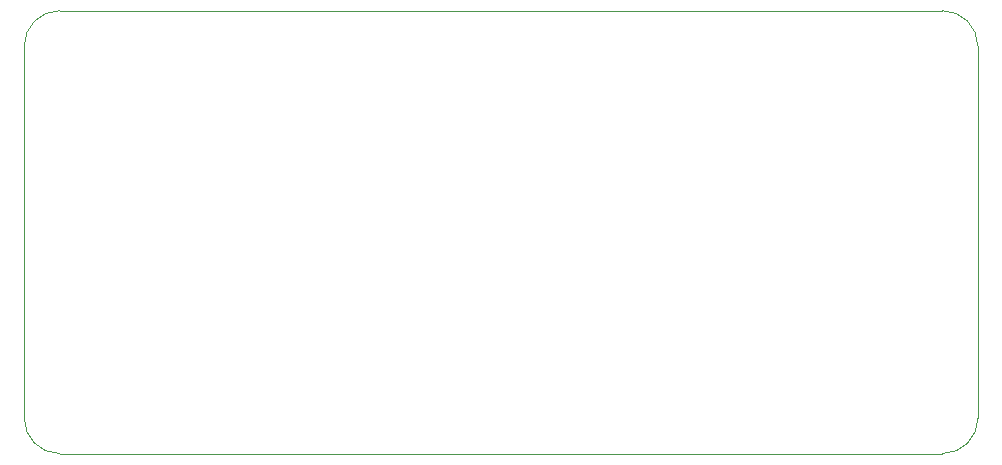
<source format=gbr>
G04 #@! TF.GenerationSoftware,KiCad,Pcbnew,(5.1.2)-1*
G04 #@! TF.CreationDate,2019-06-20T17:17:27+09:00*
G04 #@! TF.ProjectId,Jetson_Nano_Power,4a657473-6f6e-45f4-9e61-6e6f5f506f77,rev?*
G04 #@! TF.SameCoordinates,Original*
G04 #@! TF.FileFunction,Profile,NP*
%FSLAX46Y46*%
G04 Gerber Fmt 4.6, Leading zero omitted, Abs format (unit mm)*
G04 Created by KiCad (PCBNEW (5.1.2)-1) date 2019-06-20 17:17:27*
%MOMM*%
%LPD*%
G04 APERTURE LIST*
%ADD10C,0.050000*%
G04 APERTURE END LIST*
D10*
X127250000Y-61000000D02*
X127250000Y-29500000D01*
X49500000Y-64000000D02*
X124250000Y-64000000D01*
X46500000Y-61000000D02*
X46500000Y-29500000D01*
X124250000Y-26500000D02*
X49500000Y-26500000D01*
X124250000Y-26500000D02*
G75*
G02X127250000Y-29500000I0J-3000000D01*
G01*
X127250000Y-61000000D02*
G75*
G02X124250000Y-64000000I-3000000J0D01*
G01*
X49500000Y-64000000D02*
G75*
G02X46500000Y-61000000I0J3000000D01*
G01*
X46500000Y-29500000D02*
G75*
G02X49500000Y-26500000I3000000J0D01*
G01*
M02*

</source>
